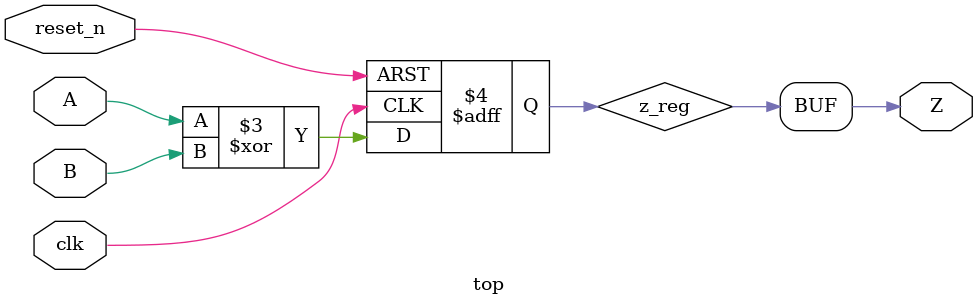
<source format=sv>

module top(
    input clk,
    input reset_n,
    input A,
    input B,
    output Z
);

reg z_reg;

always_ff@(posedge clk, negedge reset_n) begin
    if(!reset_n) begin
        z_reg <= 1'b0;
    end
    else begin
        z_reg <= A ^ B;
    end
end

assign Z = z_reg;

endmodule
</source>
